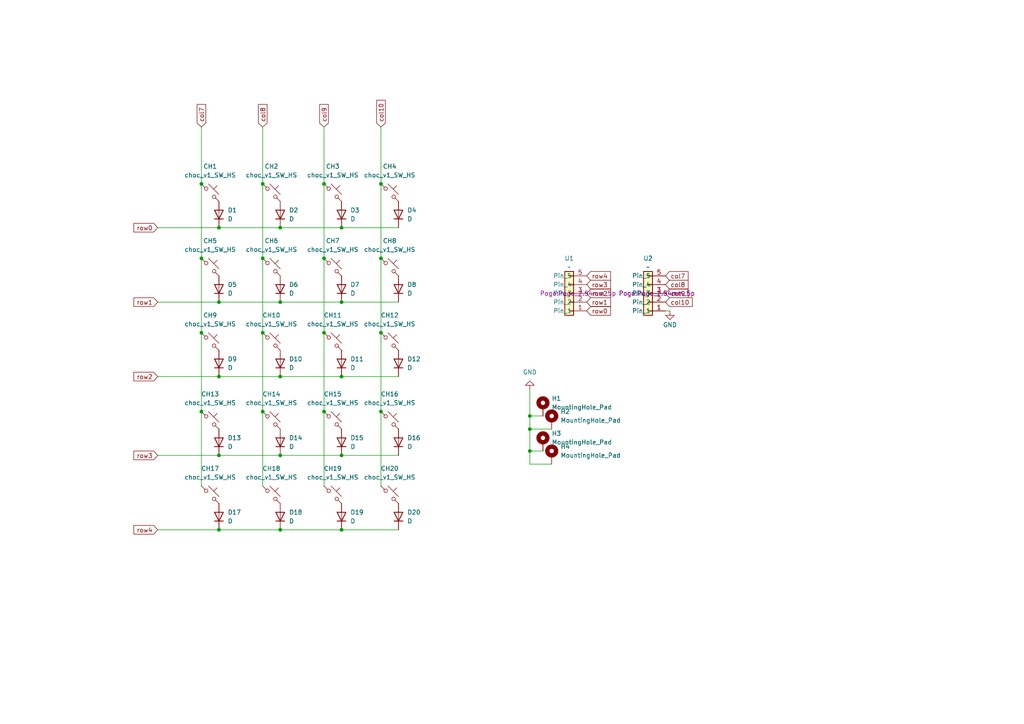
<source format=kicad_sch>
(kicad_sch (version 20231120) (generator "eeschema") (generator_version "8.0")
  (paper "A4")
  (lib_symbols
    (symbol "Device:D" (pin_numbers hide) (pin_names (offset 1.016) hide)
      (property "Reference" "D" (at 0 2.54 0))
      (property "Value" "D" (at 0 -2.54 0))
      (symbol "D_0_1"
        (polyline (pts (xy -1.27 1.27) (xy -1.27 -1.27)) (stroke (width 0.254)))
        (polyline (pts (xy 1.27 0) (xy -1.27 0)))
        (polyline (pts (xy 1.27 1.27) (xy 1.27 -1.27) (xy -1.27 0) (xy 1.27 1.27)) (stroke (width 0.254)))
      )
      (symbol "D_1_1"
        (pin passive line (at -3.81 0 0) (length 2.54) (name "K") (number "1"))
        (pin passive line (at 3.81 0 180) (length 2.54) (name "A") (number "2"))
      )
    )
    (symbol "GND_1" (power) (pin_numbers hide) (pin_names (offset 0) hide)
      (property "Value" "GND" (at 0 -3.81 0))
      (symbol "GND_1_0_1"
        (polyline (pts (xy 0 0) (xy 0 -1.27) (xy 1.27 -1.27) (xy 0 -2.54) (xy -1.27 -1.27) (xy 0 -1.27)))
      )
      (symbol "GND_1_1_1"
        (pin power_in line (at 0 0 270) (length 0) (name "~") (number "1"))
      )
    )
    (symbol "Mechanical:MountingHole_Pad" (pin_numbers hide) (pin_names (offset 1.016) hide) (exclude_from_sim yes) (in_bom no)
      (property "Reference" "H" (at 0 6.35 0))
      (property "Value" "MountingHole_Pad" (at 0 4.445 0))
      (symbol "MountingHole_Pad_0_1"
        (circle (center 0 1.27) (radius 1.27) (stroke (width 1.27)))
      )
      (symbol "MountingHole_Pad_1_1"
        (pin input line (at 0 -2.54 90) (length 2.54) (name "1") (number "1"))
      )
    )
    (symbol "PCM_marbastlib-choc:choc_v1_SW_HS_CPG135001S30" (pin_numbers hide) (pin_names (offset 1.016) hide)
      (property "Reference" "CH" (at 3.048 1.016 0))
      (property "Value" "choc_v1_SW_HS" (at 0 -3.81 0))
      (symbol "choc_v1_SW_HS_CPG135001S30_0_1"
        (circle (center -1.1684 1.1684) (radius 0.508))
        (polyline (pts (xy -0.508 2.54) (xy 2.54 -0.508)))
        (polyline (pts (xy 1.016 1.016) (xy 2.032 2.032)))
        (polyline (pts (xy -2.54 2.54) (xy -1.524 1.524) (xy -1.524 1.524)))
        (polyline (pts (xy 1.524 -1.524) (xy 2.54 -2.54) (xy 2.54 -2.54) (xy 2.54 -2.54)))
        (circle (center 1.143 -1.1938) (radius 0.508))
        (pin passive line (at -2.54 2.54 0) (length 0) (name "1") (number "1"))
        (pin passive line (at 2.54 -2.54 180) (length 0) (name "2") (number "2"))
      )
    )
    (symbol "Pogo:Pogo_2.54mm_5p"
      (property "Reference" "U" (at 7.874 0 0))
      (symbol "Pogo_2.54mm_5p_1_1"
        (rectangle (start 1.27 -4.953) (end 2.54 -5.207) (stroke (width 0.1524)))
        (rectangle (start 1.27 -2.413) (end 2.54 -2.667) (stroke (width 0.1524)))
        (rectangle (start 1.27 0.127) (end 2.54 -0.127) (stroke (width 0.1524)))
        (rectangle (start 1.27 2.667) (end 2.54 2.413) (stroke (width 0.1524)))
        (rectangle (start 1.27 5.207) (end 2.54 4.953) (stroke (width 0.1524)))
        (rectangle (start 1.27 6.35) (end 3.81 -6.35) (stroke (width 0.254)) (fill (type background)))
        (pin passive line (at -2.54 5.08 0) (length 3.81) (name "Pin_1") (number "1"))
        (pin passive line (at -2.54 2.54 0) (length 3.81) (name "Pin_2") (number "2"))
        (pin passive line (at -2.54 0 0) (length 3.81) (name "Pin_3") (number "3"))
        (pin passive line (at -2.54 -2.54 0) (length 3.81) (name "Pin_4") (number "4"))
        (pin passive line (at -2.54 -5.08 0) (length 3.81) (name "Pin_5") (number "5"))
      )
    )
    (symbol "power:GND" (power) (pin_names (offset 0))
      (property "Value" "GND" (at 0 -3.81 0))
      (symbol "GND_0_1"
        (polyline (pts (xy 0 0) (xy 0 -1.27) (xy 1.27 -1.27) (xy 0 -2.54) (xy -1.27 -1.27) (xy 0 -1.27)))
      )
      (symbol "GND_1_1"
        (pin power_in line (at 0 0 270) (length 0) hide (name "GND") (number "1"))
      )
    )
  )
  (junction (at 110.49 74.93))
  (junction (at 110.49 53.34))
  (junction (at 63.5 87.63))
  (junction (at 58.42 53.34))
  (junction (at 58.42 96.52))
  (junction (at 153.67 124.46))
  (junction (at 76.2 119.38))
  (junction (at 63.5 109.22))
  (junction (at 99.06 66.04))
  (junction (at 76.2 53.34))
  (junction (at 99.06 87.63))
  (junction (at 110.49 119.38))
  (junction (at 81.28 109.22))
  (junction (at 63.5 132.08))
  (junction (at 153.67 120.65))
  (junction (at 93.98 74.93))
  (junction (at 81.28 153.67))
  (junction (at 99.06 132.08))
  (junction (at 81.28 132.08))
  (junction (at 93.98 53.34))
  (junction (at 153.67 130.81))
  (junction (at 81.28 66.04))
  (junction (at 99.06 153.67))
  (junction (at 58.42 119.38))
  (junction (at 93.98 119.38))
  (junction (at 76.2 96.52))
  (junction (at 58.42 74.93))
  (junction (at 93.98 96.52))
  (junction (at 81.28 87.63))
  (junction (at 110.49 96.52))
  (junction (at 99.06 109.22))
  (junction (at 63.5 153.67))
  (junction (at 63.5 66.04))
  (junction (at 76.2 74.93))
  (wire (pts (xy 193.04 90.17) (xy 194.31 90.17)))
  (wire (pts (xy 63.5 153.67) (xy 81.28 153.67)))
  (wire (pts (xy 45.72 153.67) (xy 63.5 153.67)))
  (wire (pts (xy 45.72 66.04) (xy 63.5 66.04)))
  (wire (pts (xy 58.42 119.38) (xy 58.42 140.97)))
  (wire (pts (xy 153.67 130.81) (xy 153.67 124.46)))
  (wire (pts (xy 110.49 74.93) (xy 110.49 96.52)))
  (wire (pts (xy 153.67 124.46) (xy 153.67 120.65)))
  (wire (pts (xy 110.49 96.52) (xy 110.49 119.38)))
  (wire (pts (xy 63.5 132.08) (xy 81.28 132.08)))
  (wire (pts (xy 153.67 113.03) (xy 153.67 120.65)))
  (wire (pts (xy 81.28 109.22) (xy 99.06 109.22)))
  (wire (pts (xy 76.2 74.93) (xy 76.2 96.52)))
  (wire (pts (xy 81.28 87.63) (xy 99.06 87.63)))
  (wire (pts (xy 76.2 119.38) (xy 76.2 140.97)))
  (wire (pts (xy 153.67 134.62) (xy 153.67 130.81)))
  (wire (pts (xy 99.06 132.08) (xy 115.57 132.08)))
  (wire (pts (xy 153.67 130.81) (xy 157.48 130.81)))
  (wire (pts (xy 63.5 87.63) (xy 81.28 87.63)))
  (wire (pts (xy 45.72 87.63) (xy 63.5 87.63)))
  (wire (pts (xy 76.2 53.34) (xy 76.2 74.93)))
  (wire (pts (xy 81.28 132.08) (xy 99.06 132.08)))
  (wire (pts (xy 58.42 96.52) (xy 58.42 119.38)))
  (wire (pts (xy 45.72 109.22) (xy 63.5 109.22)))
  (wire (pts (xy 153.67 134.62) (xy 160.02 134.62)))
  (wire (pts (xy 99.06 153.67) (xy 115.57 153.67)))
  (wire (pts (xy 76.2 96.52) (xy 76.2 119.38)))
  (wire (pts (xy 99.06 87.63) (xy 115.57 87.63)))
  (wire (pts (xy 45.72 132.08) (xy 63.5 132.08)))
  (wire (pts (xy 110.49 119.38) (xy 110.49 140.97)))
  (wire (pts (xy 99.06 109.22) (xy 115.57 109.22)))
  (wire (pts (xy 99.06 66.04) (xy 115.57 66.04)))
  (wire (pts (xy 58.42 74.93) (xy 58.42 96.52)))
  (wire (pts (xy 58.42 36.83) (xy 58.42 53.34)))
  (wire (pts (xy 93.98 119.38) (xy 93.98 140.97)))
  (wire (pts (xy 93.98 74.93) (xy 93.98 96.52)))
  (wire (pts (xy 76.2 36.83) (xy 76.2 53.34)))
  (wire (pts (xy 81.28 153.67) (xy 99.06 153.67)))
  (wire (pts (xy 63.5 109.22) (xy 81.28 109.22)))
  (wire (pts (xy 58.42 53.34) (xy 58.42 74.93)))
  (wire (pts (xy 81.28 66.04) (xy 99.06 66.04)))
  (wire (pts (xy 110.49 53.34) (xy 110.49 74.93)))
  (wire (pts (xy 153.67 120.65) (xy 157.48 120.65)))
  (wire (pts (xy 153.67 124.46) (xy 160.02 124.46)))
  (wire (pts (xy 93.98 53.34) (xy 93.98 74.93)))
  (wire (pts (xy 63.5 66.04) (xy 81.28 66.04)))
  (wire (pts (xy 93.98 36.83) (xy 93.98 53.34)))
  (wire (pts (xy 110.49 36.83) (xy 110.49 53.34)))
  (wire (pts (xy 93.98 96.52) (xy 93.98 119.38)))
  (global_label "col10" (shape input) (at 110.49 36.83 90) (property "Intersheetrefs" "${INTERSHEET_REFS}" (effects (hide yes))))
  (global_label "row0" (shape input) (at 170.18 90.17 0) (property "Intersheetrefs" "${INTERSHEET_REFS}" (effects (hide yes))))
  (global_label "col10" (shape input) (at 193.04 87.63 0) (property "Intersheetrefs" "${INTERSHEET_REFS}" (effects (hide yes))))
  (global_label "col8" (shape input) (at 193.04 82.55 0) (property "Intersheetrefs" "${INTERSHEET_REFS}" (effects (hide yes))))
  (global_label "col9" (shape input) (at 193.04 85.09 0) (property "Intersheetrefs" "${INTERSHEET_REFS}" (effects (hide yes))))
  (global_label "row2" (shape input) (at 45.72 109.22 180) (property "Intersheetrefs" "${INTERSHEET_REFS}" (effects (hide yes))))
  (global_label "row1" (shape input) (at 170.18 87.63 0) (property "Intersheetrefs" "${INTERSHEET_REFS}" (effects (hide yes))))
  (global_label "col9" (shape input) (at 93.98 36.83 90) (property "Intersheetrefs" "${INTERSHEET_REFS}" (effects (hide yes))))
  (global_label "row4" (shape input) (at 45.72 153.67 180) (property "Intersheetrefs" "${INTERSHEET_REFS}" (effects (hide yes))))
  (global_label "row3" (shape input) (at 170.18 82.55 0) (property "Intersheetrefs" "${INTERSHEET_REFS}" (effects (hide yes))))
  (global_label "row4" (shape input) (at 170.18 80.01 0) (property "Intersheetrefs" "${INTERSHEET_REFS}" (effects (hide yes))))
  (global_label "col7" (shape input) (at 193.04 80.01 0) (property "Intersheetrefs" "${INTERSHEET_REFS}" (effects (hide yes))))
  (global_label "row1" (shape input) (at 45.72 87.63 180) (property "Intersheetrefs" "${INTERSHEET_REFS}" (effects (hide yes))))
  (global_label "row3" (shape input) (at 45.72 132.08 180) (property "Intersheetrefs" "${INTERSHEET_REFS}" (effects (hide yes))))
  (global_label "row2" (shape input) (at 170.18 85.09 0) (property "Intersheetrefs" "${INTERSHEET_REFS}" (effects (hide yes))))
  (global_label "col8" (shape input) (at 76.2 36.83 90) (property "Intersheetrefs" "${INTERSHEET_REFS}" (effects (hide yes))))
  (global_label "col7" (shape input) (at 58.42 36.83 90) (property "Intersheetrefs" "${INTERSHEET_REFS}" (effects (hide yes))))
  (global_label "row0" (shape input) (at 45.72 66.04 180) (property "Intersheetrefs" "${INTERSHEET_REFS}" (effects (hide yes))))
  (symbol (lib_id "Pogo:Pogo_2.54mm_5p") (at 167.64 85.09 180) (unit 1)
    (property "Reference" "U1" (at 165.1 74.93 0))
    (property "Value" "~" (at 165.1 77.47 0))
    (property "Footprint" "Pogo:Pogo_2.54mm_5p" (at 167.64 85.09 0))
  )
  (symbol (lib_id "PCM_marbastlib-choc:choc_v1_SW_HS_CPG135001S30") (at 96.52 143.51 0) (unit 1)
    (property "Reference" "CH19" (at 96.52 135.89 0))
    (property "Value" "choc_v1_SW_HS" (at 96.52 138.43 0))
    (property "Footprint" "PCM_marbastlib-choc:SW_choc_v1_HS_CPG135001S30_1u" (effects (hide yes)))
    (property "Description" "Push button switch, normally open, two pins, 45° tilted" (effects (hide yes)))
  )
  (symbol (lib_id "PCM_marbastlib-choc:choc_v1_SW_HS_CPG135001S30") (at 78.74 143.51 0) (unit 1)
    (property "Reference" "CH18" (at 78.74 135.89 0))
    (property "Value" "choc_v1_SW_HS" (at 78.74 138.43 0))
    (property "Footprint" "PCM_marbastlib-choc:SW_choc_v1_HS_CPG135001S30_1u" (effects (hide yes)))
    (property "Description" "Push button switch, normally open, two pins, 45° tilted" (effects (hide yes)))
  )
  (symbol (lib_id "Device:D") (at 63.5 83.82 90) (unit 1)
    (property "Reference" "D5" (at 66.04 82.5499 90) (effects (justify right)))
    (property "Value" "D" (at 66.04 85.0899 90) (effects (justify right)))
    (property "Footprint" "Diode_SMD:D_SOD-123" (effects (hide yes)))
    (property "Description" "Diode" (effects (hide yes)))
    (property "Sim.Device" "D" (effects (hide yes)))
    (property "Sim.Pins" "1=K 2=A" (effects (hide yes)))
  )
  (symbol (lib_id "Pogo:Pogo_2.54mm_5p") (at 190.5 85.09 180) (unit 1)
    (property "Reference" "U2" (at 187.96 74.93 0))
    (property "Value" "~" (at 187.96 77.47 0))
    (property "Footprint" "Pogo:Pogo_2.54mm_5p" (at 190.5 85.09 0))
  )
  (symbol (lib_id "PCM_marbastlib-choc:choc_v1_SW_HS_CPG135001S30") (at 78.74 99.06 0) (unit 1)
    (property "Reference" "CH10" (at 78.74 91.44 0))
    (property "Value" "choc_v1_SW_HS" (at 78.74 93.98 0))
    (property "Footprint" "PCM_marbastlib-choc:SW_choc_v1_HS_CPG135001S30_1u" (effects (hide yes)))
    (property "Description" "Push button switch, normally open, two pins, 45° tilted" (effects (hide yes)))
  )
  (symbol (lib_id "Device:D") (at 99.06 62.23 90) (unit 1)
    (property "Reference" "D3" (at 101.6 60.9599 90) (effects (justify right)))
    (property "Value" "D" (at 101.6 63.4999 90) (effects (justify right)))
    (property "Footprint" "Diode_SMD:D_SOD-123" (effects (hide yes)))
    (property "Description" "Diode" (effects (hide yes)))
    (property "Sim.Device" "D" (effects (hide yes)))
    (property "Sim.Pins" "1=K 2=A" (effects (hide yes)))
  )
  (symbol (lib_id "PCM_marbastlib-choc:choc_v1_SW_HS_CPG135001S30") (at 113.03 143.51 0) (unit 1)
    (property "Reference" "CH20" (at 113.03 135.89 0))
    (property "Value" "choc_v1_SW_HS" (at 113.03 138.43 0))
    (property "Footprint" "PCM_marbastlib-choc:SW_choc_v1_HS_CPG135001S30_1u" (effects (hide yes)))
    (property "Description" "Push button switch, normally open, two pins, 45° tilted" (effects (hide yes)))
  )
  (symbol (lib_id "Device:D") (at 81.28 149.86 90) (unit 1)
    (property "Reference" "D18" (at 83.82 148.5899 90) (effects (justify right)))
    (property "Value" "D" (at 83.82 151.1299 90) (effects (justify right)))
    (property "Footprint" "Diode_SMD:D_SOD-123" (effects (hide yes)))
    (property "Description" "Diode" (effects (hide yes)))
    (property "Sim.Device" "D" (effects (hide yes)))
    (property "Sim.Pins" "1=K 2=A" (effects (hide yes)))
  )
  (symbol (lib_id "Device:D") (at 81.28 128.27 90) (unit 1)
    (property "Reference" "D14" (at 83.82 126.9999 90) (effects (justify right)))
    (property "Value" "D" (at 83.82 129.5399 90) (effects (justify right)))
    (property "Footprint" "Diode_SMD:D_SOD-123" (effects (hide yes)))
    (property "Description" "Diode" (effects (hide yes)))
    (property "Sim.Device" "D" (effects (hide yes)))
    (property "Sim.Pins" "1=K 2=A" (effects (hide yes)))
  )
  (symbol (lib_id "Mechanical:MountingHole_Pad") (at 160.02 132.08 0) (unit 1) (exclude_from_sim yes) (in_bom no)
    (property "Reference" "H4" (at 162.56 129.5399 0) (effects (justify left)))
    (property "Value" "MountingHole_Pad" (at 162.56 132.0799 0) (effects (justify left)))
    (property "Footprint" "MountingHole:MountingHole_3.2mm_M3_DIN965_Pad" (effects (hide yes)))
    (property "Description" "Mounting Hole with connection" (effects (hide yes)))
  )
  (symbol (lib_id "Device:D") (at 63.5 62.23 90) (unit 1)
    (property "Reference" "D1" (at 66.04 60.9599 90) (effects (justify right)))
    (property "Value" "D" (at 66.04 63.4999 90) (effects (justify right)))
    (property "Footprint" "Diode_SMD:D_SOD-123" (effects (hide yes)))
    (property "Description" "Diode" (effects (hide yes)))
    (property "Sim.Device" "D" (effects (hide yes)))
    (property "Sim.Pins" "1=K 2=A" (effects (hide yes)))
  )
  (symbol (lib_id "Device:D") (at 63.5 149.86 90) (unit 1)
    (property "Reference" "D17" (at 66.04 148.5899 90) (effects (justify right)))
    (property "Value" "D" (at 66.04 151.1299 90) (effects (justify right)))
    (property "Footprint" "Diode_SMD:D_SOD-123" (effects (hide yes)))
    (property "Description" "Diode" (effects (hide yes)))
    (property "Sim.Device" "D" (effects (hide yes)))
    (property "Sim.Pins" "1=K 2=A" (effects (hide yes)))
  )
  (symbol (lib_id "Mechanical:MountingHole_Pad") (at 160.02 121.92 0) (unit 1) (exclude_from_sim yes) (in_bom no)
    (property "Reference" "H2" (at 162.56 119.3799 0) (effects (justify left)))
    (property "Value" "MountingHole_Pad" (at 162.56 121.9199 0) (effects (justify left)))
    (property "Footprint" "MountingHole:MountingHole_3.2mm_M3_DIN965_Pad" (effects (hide yes)))
    (property "Description" "Mounting Hole with connection" (effects (hide yes)))
  )
  (symbol (lib_id "Mechanical:MountingHole_Pad") (at 157.48 118.11 0) (unit 1) (exclude_from_sim yes) (in_bom no)
    (property "Reference" "H1" (at 160.02 115.5699 0) (effects (justify left)))
    (property "Value" "MountingHole_Pad" (at 160.02 118.1099 0) (effects (justify left)))
    (property "Footprint" "MountingHole:MountingHole_3.2mm_M3_DIN965_Pad" (effects (hide yes)))
    (property "Description" "Mounting Hole with connection" (effects (hide yes)))
  )
  (symbol (lib_id "PCM_marbastlib-choc:choc_v1_SW_HS_CPG135001S30") (at 60.96 99.06 0) (unit 1)
    (property "Reference" "CH9" (at 60.96 91.44 0))
    (property "Value" "choc_v1_SW_HS" (at 60.96 93.98 0))
    (property "Footprint" "PCM_marbastlib-choc:SW_choc_v1_HS_CPG135001S30_1u" (effects (hide yes)))
    (property "Description" "Push button switch, normally open, two pins, 45° tilted" (effects (hide yes)))
  )
  (symbol (lib_id "Device:D") (at 115.57 105.41 90) (unit 1)
    (property "Reference" "D12" (at 118.11 104.1399 90) (effects (justify right)))
    (property "Value" "D" (at 118.11 106.6799 90) (effects (justify right)))
    (property "Footprint" "Diode_SMD:D_SOD-123" (effects (hide yes)))
    (property "Description" "Diode" (effects (hide yes)))
    (property "Sim.Device" "D" (effects (hide yes)))
    (property "Sim.Pins" "1=K 2=A" (effects (hide yes)))
  )
  (symbol (lib_id "Device:D") (at 115.57 128.27 90) (unit 1)
    (property "Reference" "D16" (at 118.11 126.9999 90) (effects (justify right)))
    (property "Value" "D" (at 118.11 129.5399 90) (effects (justify right)))
    (property "Footprint" "Diode_SMD:D_SOD-123" (effects (hide yes)))
    (property "Description" "Diode" (effects (hide yes)))
    (property "Sim.Device" "D" (effects (hide yes)))
    (property "Sim.Pins" "1=K 2=A" (effects (hide yes)))
  )
  (symbol (lib_id "Device:D") (at 99.06 83.82 90) (unit 1)
    (property "Reference" "D7" (at 101.6 82.5499 90) (effects (justify right)))
    (property "Value" "D" (at 101.6 85.0899 90) (effects (justify right)))
    (property "Footprint" "Diode_SMD:D_SOD-123" (effects (hide yes)))
    (property "Description" "Diode" (effects (hide yes)))
    (property "Sim.Device" "D" (effects (hide yes)))
    (property "Sim.Pins" "1=K 2=A" (effects (hide yes)))
  )
  (symbol (lib_id "Device:D") (at 115.57 62.23 90) (unit 1)
    (property "Reference" "D4" (at 118.11 60.9599 90) (effects (justify right)))
    (property "Value" "D" (at 118.11 63.4999 90) (effects (justify right)))
    (property "Footprint" "Diode_SMD:D_SOD-123" (effects (hide yes)))
    (property "Description" "Diode" (effects (hide yes)))
    (property "Sim.Device" "D" (effects (hide yes)))
    (property "Sim.Pins" "1=K 2=A" (effects (hide yes)))
  )
  (symbol (lib_id "PCM_marbastlib-choc:choc_v1_SW_HS_CPG135001S30") (at 60.96 121.92 0) (unit 1)
    (property "Reference" "CH13" (at 60.96 114.3 0))
    (property "Value" "choc_v1_SW_HS" (at 60.96 116.84 0))
    (property "Footprint" "PCM_marbastlib-choc:SW_choc_v1_HS_CPG135001S30_1u" (effects (hide yes)))
    (property "Description" "Push button switch, normally open, two pins, 45° tilted" (effects (hide yes)))
  )
  (symbol (lib_id "PCM_marbastlib-choc:choc_v1_SW_HS_CPG135001S30") (at 113.03 99.06 0) (unit 1)
    (property "Reference" "CH12" (at 113.03 91.44 0))
    (property "Value" "choc_v1_SW_HS" (at 113.03 93.98 0))
    (property "Footprint" "PCM_marbastlib-choc:SW_choc_v1_HS_CPG135001S30_1u" (effects (hide yes)))
    (property "Description" "Push button switch, normally open, two pins, 45° tilted" (effects (hide yes)))
  )
  (symbol (lib_id "Device:D") (at 63.5 105.41 90) (unit 1)
    (property "Reference" "D9" (at 66.04 104.1399 90) (effects (justify right)))
    (property "Value" "D" (at 66.04 106.6799 90) (effects (justify right)))
    (property "Footprint" "Diode_SMD:D_SOD-123" (effects (hide yes)))
    (property "Description" "Diode" (effects (hide yes)))
    (property "Sim.Device" "D" (effects (hide yes)))
    (property "Sim.Pins" "1=K 2=A" (effects (hide yes)))
  )
  (symbol (lib_id "Device:D") (at 115.57 83.82 90) (unit 1)
    (property "Reference" "D8" (at 118.11 82.5499 90) (effects (justify right)))
    (property "Value" "D" (at 118.11 85.0899 90) (effects (justify right)))
    (property "Footprint" "Diode_SMD:D_SOD-123" (effects (hide yes)))
    (property "Description" "Diode" (effects (hide yes)))
    (property "Sim.Device" "D" (effects (hide yes)))
    (property "Sim.Pins" "1=K 2=A" (effects (hide yes)))
  )
  (symbol (lib_id "PCM_marbastlib-choc:choc_v1_SW_HS_CPG135001S30") (at 96.52 55.88 0) (unit 1)
    (property "Reference" "CH3" (at 96.52 48.26 0))
    (property "Value" "choc_v1_SW_HS" (at 96.52 50.8 0))
    (property "Footprint" "PCM_marbastlib-choc:SW_choc_v1_HS_CPG135001S30_1u" (effects (hide yes)))
    (property "Description" "Push button switch, normally open, two pins, 45° tilted" (effects (hide yes)))
  )
  (symbol (lib_id "PCM_marbastlib-choc:choc_v1_SW_HS_CPG135001S30") (at 60.96 55.88 0) (unit 1)
    (property "Reference" "CH1" (at 60.96 48.26 0))
    (property "Value" "choc_v1_SW_HS" (at 60.96 50.8 0))
    (property "Footprint" "PCM_marbastlib-choc:SW_choc_v1_HS_CPG135001S30_1u" (effects (hide yes)))
    (property "Description" "Push button switch, normally open, two pins, 45° tilted" (effects (hide yes)))
  )
  (symbol (lib_id "PCM_marbastlib-choc:choc_v1_SW_HS_CPG135001S30") (at 113.03 55.88 0) (unit 1)
    (property "Reference" "CH4" (at 113.03 48.26 0))
    (property "Value" "choc_v1_SW_HS" (at 113.03 50.8 0))
    (property "Footprint" "PCM_marbastlib-choc:SW_choc_v1_HS_CPG135001S30_1u" (effects (hide yes)))
    (property "Description" "Push button switch, normally open, two pins, 45° tilted" (effects (hide yes)))
  )
  (symbol (lib_id "Mechanical:MountingHole_Pad") (at 157.48 128.27 0) (unit 1) (exclude_from_sim yes) (in_bom no)
    (property "Reference" "H3" (at 160.02 125.7299 0) (effects (justify left)))
    (property "Value" "MountingHole_Pad" (at 160.02 128.2699 0) (effects (justify left)))
    (property "Footprint" "MountingHole:MountingHole_3.2mm_M3_DIN965_Pad" (effects (hide yes)))
    (property "Description" "Mounting Hole with connection" (effects (hide yes)))
  )
  (symbol (lib_id "PCM_marbastlib-choc:choc_v1_SW_HS_CPG135001S30") (at 78.74 77.47 0) (unit 1)
    (property "Reference" "CH6" (at 78.74 69.85 0))
    (property "Value" "choc_v1_SW_HS" (at 78.74 72.39 0))
    (property "Footprint" "PCM_marbastlib-choc:SW_choc_v1_HS_CPG135001S30_1u" (effects (hide yes)))
    (property "Description" "Push button switch, normally open, two pins, 45° tilted" (effects (hide yes)))
  )
  (symbol (lib_id "Device:D") (at 81.28 62.23 90) (unit 1)
    (property "Reference" "D2" (at 83.82 60.9599 90) (effects (justify right)))
    (property "Value" "D" (at 83.82 63.4999 90) (effects (justify right)))
    (property "Footprint" "Diode_SMD:D_SOD-123" (effects (hide yes)))
    (property "Description" "Diode" (effects (hide yes)))
    (property "Sim.Device" "D" (effects (hide yes)))
    (property "Sim.Pins" "1=K 2=A" (effects (hide yes)))
  )
  (symbol (lib_id "PCM_marbastlib-choc:choc_v1_SW_HS_CPG135001S30") (at 113.03 77.47 0) (unit 1)
    (property "Reference" "CH8" (at 113.03 69.85 0))
    (property "Value" "choc_v1_SW_HS" (at 113.03 72.39 0))
    (property "Footprint" "PCM_marbastlib-choc:SW_choc_v1_HS_CPG135001S30_1u" (effects (hide yes)))
    (property "Description" "Push button switch, normally open, two pins, 45° tilted" (effects (hide yes)))
  )
  (symbol (lib_id "Device:D") (at 81.28 83.82 90) (unit 1)
    (property "Reference" "D6" (at 83.82 82.5499 90) (effects (justify right)))
    (property "Value" "D" (at 83.82 85.0899 90) (effects (justify right)))
    (property "Footprint" "Diode_SMD:D_SOD-123" (effects (hide yes)))
    (property "Description" "Diode" (effects (hide yes)))
    (property "Sim.Device" "D" (effects (hide yes)))
    (property "Sim.Pins" "1=K 2=A" (effects (hide yes)))
  )
  (symbol (lib_id "PCM_marbastlib-choc:choc_v1_SW_HS_CPG135001S30") (at 96.52 77.47 0) (unit 1)
    (property "Reference" "CH7" (at 96.52 69.85 0))
    (property "Value" "choc_v1_SW_HS" (at 96.52 72.39 0))
    (property "Footprint" "PCM_marbastlib-choc:SW_choc_v1_HS_CPG135001S30_1u" (effects (hide yes)))
    (property "Description" "Push button switch, normally open, two pins, 45° tilted" (effects (hide yes)))
  )
  (symbol (lib_name "GND_1") (lib_id "power:GND") (at 153.67 113.03 180) (unit 1)
    (property "Reference" "#PWR02" (effects (hide yes)))
    (property "Value" "GND" (at 153.67 107.95 0))
    (property "Description" "Power symbol creates a global label with name \"GND\" , ground" (effects (hide yes)))
  )
  (symbol (lib_id "Device:D") (at 99.06 149.86 90) (unit 1)
    (property "Reference" "D19" (at 101.6 148.5899 90) (effects (justify right)))
    (property "Value" "D" (at 101.6 151.1299 90) (effects (justify right)))
    (property "Footprint" "Diode_SMD:D_SOD-123" (effects (hide yes)))
    (property "Description" "Diode" (effects (hide yes)))
    (property "Sim.Device" "D" (effects (hide yes)))
    (property "Sim.Pins" "1=K 2=A" (effects (hide yes)))
  )
  (symbol (lib_id "PCM_marbastlib-choc:choc_v1_SW_HS_CPG135001S30") (at 96.52 99.06 0) (unit 1)
    (property "Reference" "CH11" (at 96.52 91.44 0))
    (property "Value" "choc_v1_SW_HS" (at 96.52 93.98 0))
    (property "Footprint" "PCM_marbastlib-choc:SW_choc_v1_HS_CPG135001S30_1u" (effects (hide yes)))
    (property "Description" "Push button switch, normally open, two pins, 45° tilted" (effects (hide yes)))
  )
  (symbol (lib_id "Device:D") (at 115.57 149.86 90) (unit 1)
    (property "Reference" "D20" (at 118.11 148.5899 90) (effects (justify right)))
    (property "Value" "D" (at 118.11 151.1299 90) (effects (justify right)))
    (property "Footprint" "Diode_SMD:D_SOD-123" (effects (hide yes)))
    (property "Description" "Diode" (effects (hide yes)))
    (property "Sim.Device" "D" (effects (hide yes)))
    (property "Sim.Pins" "1=K 2=A" (effects (hide yes)))
  )
  (symbol (lib_id "Device:D") (at 81.28 105.41 90) (unit 1)
    (property "Reference" "D10" (at 83.82 104.1399 90) (effects (justify right)))
    (property "Value" "D" (at 83.82 106.6799 90) (effects (justify right)))
    (property "Footprint" "Diode_SMD:D_SOD-123" (effects (hide yes)))
    (property "Description" "Diode" (effects (hide yes)))
    (property "Sim.Device" "D" (effects (hide yes)))
    (property "Sim.Pins" "1=K 2=A" (effects (hide yes)))
  )
  (symbol (lib_id "PCM_marbastlib-choc:choc_v1_SW_HS_CPG135001S30") (at 113.03 121.92 0) (unit 1)
    (property "Reference" "CH16" (at 113.03 114.3 0))
    (property "Value" "choc_v1_SW_HS" (at 113.03 116.84 0))
    (property "Footprint" "PCM_marbastlib-choc:SW_choc_v1_HS_CPG135001S30_1u" (effects (hide yes)))
    (property "Description" "Push button switch, normally open, two pins, 45° tilted" (effects (hide yes)))
  )
  (symbol (lib_id "power:GND") (at 194.31 90.17 0) (unit 1)
    (property "Reference" "#PWR01" (effects (hide yes)))
    (property "Value" "GND" (at 194.31 94.234 0))
  )
  (symbol (lib_id "Device:D") (at 63.5 128.27 90) (unit 1)
    (property "Reference" "D13" (at 66.04 126.9999 90) (effects (justify right)))
    (property "Value" "D" (at 66.04 129.5399 90) (effects (justify right)))
    (property "Footprint" "Diode_SMD:D_SOD-123" (effects (hide yes)))
    (property "Description" "Diode" (effects (hide yes)))
    (property "Sim.Device" "D" (effects (hide yes)))
    (property "Sim.Pins" "1=K 2=A" (effects (hide yes)))
  )
  (symbol (lib_id "PCM_marbastlib-choc:choc_v1_SW_HS_CPG135001S30") (at 60.96 143.51 0) (unit 1)
    (property "Reference" "CH17" (at 60.96 135.89 0))
    (property "Value" "choc_v1_SW_HS" (at 60.96 138.43 0))
    (property "Footprint" "PCM_marbastlib-choc:SW_choc_v1_HS_CPG135001S30_1u" (effects (hide yes)))
    (property "Description" "Push button switch, normally open, two pins, 45° tilted" (effects (hide yes)))
  )
  (symbol (lib_id "PCM_marbastlib-choc:choc_v1_SW_HS_CPG135001S30") (at 78.74 55.88 0) (unit 1)
    (property "Reference" "CH2" (at 78.74 48.26 0))
    (property "Value" "choc_v1_SW_HS" (at 78.74 50.8 0))
    (property "Footprint" "PCM_marbastlib-choc:SW_choc_v1_HS_CPG135001S30_1u" (effects (hide yes)))
    (property "Description" "Push button switch, normally open, two pins, 45° tilted" (effects (hide yes)))
  )
  (symbol (lib_id "Device:D") (at 99.06 105.41 90) (unit 1)
    (property "Reference" "D11" (at 101.6 104.1399 90) (effects (justify right)))
    (property "Value" "D" (at 101.6 106.6799 90) (effects (justify right)))
    (property "Footprint" "Diode_SMD:D_SOD-123" (effects (hide yes)))
    (property "Description" "Diode" (effects (hide yes)))
    (property "Sim.Device" "D" (effects (hide yes)))
    (property "Sim.Pins" "1=K 2=A" (effects (hide yes)))
  )
  (symbol (lib_id "Device:D") (at 99.06 128.27 90) (unit 1)
    (property "Reference" "D15" (at 101.6 126.9999 90) (effects (justify right)))
    (property "Value" "D" (at 101.6 129.5399 90) (effects (justify right)))
    (property "Footprint" "Diode_SMD:D_SOD-123" (effects (hide yes)))
    (property "Description" "Diode" (effects (hide yes)))
    (property "Sim.Device" "D" (effects (hide yes)))
    (property "Sim.Pins" "1=K 2=A" (effects (hide yes)))
  )
  (symbol (lib_id "PCM_marbastlib-choc:choc_v1_SW_HS_CPG135001S30") (at 78.74 121.92 0) (unit 1)
    (property "Reference" "CH14" (at 78.74 114.3 0))
    (property "Value" "choc_v1_SW_HS" (at 78.74 116.84 0))
    (property "Footprint" "PCM_marbastlib-choc:SW_choc_v1_HS_CPG135001S30_1u" (effects (hide yes)))
    (property "Description" "Push button switch, normally open, two pins, 45° tilted" (effects (hide yes)))
  )
  (symbol (lib_id "PCM_marbastlib-choc:choc_v1_SW_HS_CPG135001S30") (at 96.52 121.92 0) (unit 1)
    (property "Reference" "CH15" (at 96.52 114.3 0))
    (property "Value" "choc_v1_SW_HS" (at 96.52 116.84 0))
    (property "Footprint" "PCM_marbastlib-choc:SW_choc_v1_HS_CPG135001S30_1u" (effects (hide yes)))
    (property "Description" "Push button switch, normally open, two pins, 45° tilted" (effects (hide yes)))
  )
  (symbol (lib_id "PCM_marbastlib-choc:choc_v1_SW_HS_CPG135001S30") (at 60.96 77.47 0) (unit 1)
    (property "Reference" "CH5" (at 60.96 69.85 0))
    (property "Value" "choc_v1_SW_HS" (at 60.96 72.39 0))
    (property "Footprint" "PCM_marbastlib-choc:SW_choc_v1_HS_CPG135001S30_1u" (effects (hide yes)))
    (property "Description" "Push button switch, normally open, two pins, 45° tilted" (effects (hide yes)))
  )
)
</source>
